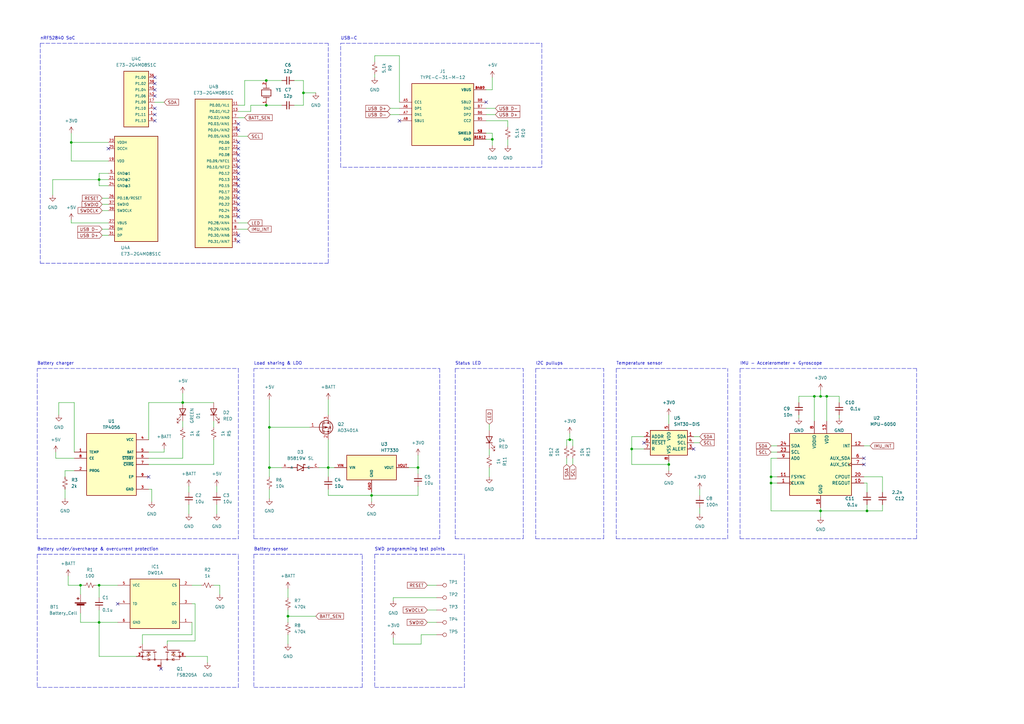
<source format=kicad_sch>
(kicad_sch (version 20211123) (generator eeschema)
  (paper "A3")
  (title_block (title "sugarboat") (date "2021-12-29") (rev "0.0.1a") (company "rbaron.net"))
  (lib_symbols
    (symbol "B5819W-TP:B5819W-TP" (pin_names (offset 1.016))
      (property "Reference" "D" (at -3.556 1.905 0))
      (property "Value" "B5819W-TP" (at -3.556 -3.429 0))
      (symbol "B5819W-TP_0_0"
        (pin passive line (at -7.62 0 0) (length 2.54) (name "A") (number "A"))
        (pin passive line (at 7.62 0 180) (length 2.54) (name "C") (number "C"))
      )
    )
    (symbol "Connector:TestPoint" (pin_numbers hide) (pin_names (offset 0.762) hide)
      (property "Reference" "TP" (at 0 6.858 0))
      (property "Value" "TestPoint" (at 0 5.08 0))
      (symbol "TestPoint_1_1"
        (pin passive line (at 0 0 90) (length 2.54) (name "1") (number "1"))
      )
    )
    (symbol "DW01A:DW01A" (pin_names (offset 1.016))
      (property "Reference" "IC1" (at 0.2094 15.24 0))
      (property "Value" "DW01A" (at 0.2094 12.7 0))
      (symbol "DW01A_0_0"
        (pin bidirectional line (at 15.24 -7.62 180) (length 5.08) (name "OD") (number "1"))
        (pin bidirectional line (at 15.24 7.62 180) (length 5.08) (name "CS") (number "2"))
        (pin bidirectional line (at 15.24 0 180) (length 5.08) (name "OC") (number "3"))
        (pin bidirectional line (at -15.24 0 0) (length 5.08) (name "TD") (number "4"))
        (pin power_in line (at -15.24 7.62 0) (length 5.08) (name "VCC") (number "5"))
        (pin power_in line (at -15.24 -7.62 0) (length 5.08) (name "GND") (number "6"))
      )
    )
    (symbol "Device:Battery_Cell" (pin_numbers hide) (pin_names (offset 0) hide)
      (property "Reference" "BT1" (at -15.24 0 0))
      (property "Value" "Battery_Cell" (at -15.24 -2.54 0))
      (symbol "Battery_Cell_1_1"
        (pin passive line (at 0 5.08 270) (length 2.54) (name "+") (number "+"))
        (pin passive line (at 0 -2.54 90) (length 2.54) (name "-") (number "-"))
      )
    )
    (symbol "Device:C_Small" (pin_numbers hide) (pin_names (offset 0.254) hide)
      (property "Reference" "C" (at 0.254 1.778 0))
      (property "Value" "C_Small" (at 0.254 -2.032 0))
      (symbol "C_Small_1_1"
        (pin passive line (at 0 2.54 270) (length 2.032) (name "~") (number "1"))
        (pin passive line (at 0 -2.54 90) (length 2.032) (name "~") (number "2"))
      )
    )
    (symbol "Device:LED" (pin_numbers hide) (pin_names (offset 1.016) hide)
      (property "Reference" "D" (at 0 2.54 0))
      (property "Value" "LED" (at 0 -2.54 0))
      (symbol "LED_1_1"
        (pin passive line (at -3.81 0 0) (length 2.54) (name "K") (number "1"))
        (pin passive line (at 3.81 0 180) (length 2.54) (name "A") (number "2"))
      )
    )
    (symbol "Device:R_Small_US" (pin_numbers hide) (pin_names (offset 0.254) hide)
      (property "Reference" "R" (at 0.762 0.508 0))
      (property "Value" "R_Small_US" (at 0.762 -1.016 0))
      (symbol "R_Small_US_1_1"
        (pin passive line (at 0 2.54 270) (length 1.016) (name "~") (number "1"))
        (pin passive line (at 0 -2.54 90) (length 1.016) (name "~") (number "2"))
      )
    )
    (symbol "E73-2G4M08S1C:E73-2G4M08S1C" (pin_names (offset 1.016))
      (property "Reference" "U" (at -15.24 20.32 0))
      (property "Value" "E73-2G4M08S1C" (at -15.24 -25.4 0))
      (symbol "E73-2G4M08S1C_1_0"
        (pin bidirectional line (at -17.78 10.16 0) (length 2.54) (name "VDD") (number "19"))
        (pin bidirectional line (at -17.78 2.54 0) (length 2.54) (name "GND@2") (number "21"))
        (pin bidirectional line (at -17.78 17.78 0) (length 2.54) (name "VDDH") (number "23"))
        (pin bidirectional line (at -17.78 0 0) (length 2.54) (name "GND@3") (number "24"))
        (pin bidirectional line (at -17.78 15.24 0) (length 2.54) (name "DCCH") (number "25"))
        (pin bidirectional line (at -17.78 -5.08 0) (length 2.54) (name "P0.18/RESET") (number "26"))
        (pin bidirectional line (at -17.78 -15.24 0) (length 2.54) (name "VBUS") (number "27"))
        (pin bidirectional line (at -17.78 -17.78 0) (length 2.54) (name "DM") (number "29"))
        (pin bidirectional line (at -17.78 -20.32 0) (length 2.54) (name "DP") (number "31"))
        (pin bidirectional line (at -17.78 -7.62 0) (length 2.54) (name "SWDIO") (number "37"))
        (pin bidirectional line (at -17.78 -10.16 0) (length 2.54) (name "SWDCLK") (number "39"))
        (pin bidirectional line (at -17.78 5.08 0) (length 2.54) (name "GND@1") (number "5"))
      )
      (symbol "E73-2G4M08S1C_2_0"
        (pin bidirectional line (at 12.7 -25.4 180) (length 2.54) (name "P0.30/AIN6") (number "10"))
        (pin bidirectional line (at 12.7 27.94 180) (length 2.54) (name "P0.00/XL1") (number "11"))
        (pin bidirectional line (at 12.7 -17.78 180) (length 2.54) (name "P0.26") (number "12"))
        (pin bidirectional line (at 12.7 25.4 180) (length 2.54) (name "P0.01/XL2") (number "13"))
        (pin bidirectional line (at 12.7 12.7 180) (length 2.54) (name "P0.06") (number "14"))
        (pin bidirectional line (at 12.7 15.24 180) (length 2.54) (name "P0.05/AIN3") (number "15"))
        (pin bidirectional line (at 12.7 7.62 180) (length 2.54) (name "P0.08") (number "16"))
        (pin bidirectional line (at 12.7 17.78 180) (length 2.54) (name "P0.04/AIN2") (number "18"))
        (pin bidirectional line (at 12.7 0 180) (length 2.54) (name "P0.12") (number "20"))
        (pin bidirectional line (at 12.7 10.16 180) (length 2.54) (name "P0.07") (number "22"))
        (pin bidirectional line (at 12.7 -5.08 180) (length 2.54) (name "P0.15") (number "28"))
        (pin bidirectional line (at 12.7 20.32 180) (length 2.54) (name "P0.03/AIN1") (number "3"))
        (pin bidirectional line (at 12.7 -7.62 180) (length 2.54) (name "P0.17") (number "30"))
        (pin bidirectional line (at 12.7 -10.16 180) (length 2.54) (name "P0.20") (number "32"))
        (pin bidirectional line (at 12.7 -2.54 180) (length 2.54) (name "P0.13") (number "33"))
        (pin bidirectional line (at 12.7 -12.7 180) (length 2.54) (name "P0.22") (number "34"))
        (pin bidirectional line (at 12.7 -15.24 180) (length 2.54) (name "P0.24") (number "35"))
        (pin bidirectional line (at 12.7 -20.32 180) (length 2.54) (name "P0.28/AIN4") (number "4"))
        (pin bidirectional line (at 12.7 5.08 180) (length 2.54) (name "P0.09/NFC1") (number "41"))
        (pin bidirectional line (at 12.7 2.54 180) (length 2.54) (name "P0.10/NFC2") (number "43"))
        (pin bidirectional line (at 12.7 22.86 180) (length 2.54) (name "P0.02/AIN0") (number "7"))
        (pin bidirectional line (at 12.7 -22.86 180) (length 2.54) (name "P0.29/AIN5") (number "8"))
        (pin bidirectional line (at 12.7 -27.94 180) (length 2.54) (name "P0.31/AIN7") (number "9"))
      )
      (symbol "E73-2G4M08S1C_3_0"
        (pin bidirectional line (at 10.16 -7.62 180) (length 2.54) (name "P1.11") (number "1"))
        (pin bidirectional line (at 10.16 -2.54 180) (length 2.54) (name "P1.09") (number "17"))
        (pin bidirectional line (at 10.16 -5.08 180) (length 2.54) (name "P1.10") (number "2"))
        (pin bidirectional line (at 10.16 7.62 180) (length 2.54) (name "P1.00") (number "36"))
        (pin bidirectional line (at 10.16 5.08 180) (length 2.54) (name "P1.02") (number "38"))
        (pin bidirectional line (at 10.16 2.54 180) (length 2.54) (name "P1.04") (number "40"))
        (pin bidirectional line (at 10.16 0 180) (length 2.54) (name "P1.06") (number "42"))
        (pin bidirectional line (at 10.16 -10.16 180) (length 2.54) (name "P1.13") (number "6"))
      )
    )
    (symbol "FS8205A:FS8205A" (pin_names (offset 1.016) hide)
      (property "Reference" "Q" (at -11.43 7.62 0))
      (property "Value" "FS8205A" (at -11.43 -12.7 0))
      (symbol "FS8205A_0_0"
        (pin passive line (at 5.08 0 180) (length 2.54) (name "~") (number "1"))
        (pin passive line (at 0 -10.16 90) (length 2.54) (name "~") (number "2"))
        (pin passive line (at 0 -10.16 90) (length 2.54) (name "~") (number "3"))
        (pin passive line (at -5.08 -7.62 0) (length 2.54) (name "~") (number "4"))
        (pin passive line (at -5.08 2.54 0) (length 2.54) (name "~") (number "5"))
        (pin passive line (at 0 10.16 270) (length 2.54) (name "~") (number "6"))
        (pin passive line (at 0 10.16 270) (length 2.54) (name "~") (number "7"))
        (pin passive line (at 5.08 0 180) (length 2.54) (name "~") (number "8"))
      )
    )
    (symbol "HT7333:HT7333" (pin_names (offset 1.016))
      (symbol "HT7333_0_0"
        (pin bidirectional line (at 0 -10.16 90) (length 5.08) (name "GND") (number "GND"))
        (pin bidirectional line (at -15.24 0 0) (length 5.08) (name "VIN") (number "VIN"))
        (pin bidirectional line (at 15.24 0 180) (length 5.08) (name "VOUT") (number "VOUT"))
      )
    )
    (symbol "NX3215SA-32.768K-STD-MUA-14:NX3215SA-32.768K-STD-MUA-14" (pin_names (offset 1.016) hide)
      (property "Reference" "Y" (at -2.54 2.54 0))
      (property "Value" "NX3215SA-32.768K-STD-MUA-14" (at -2.54 -4.445 0))
      (symbol "NX3215SA-32.768K-STD-MUA-14_0_0"
        (pin passive line (at -5.08 0 0) (length 2.54) (name "~") (number "1"))
        (pin passive line (at 5.08 0 180) (length 2.54) (name "~") (number "2"))
      )
    )
    (symbol "Sensor_Humidity:SHT30-DIS"
      (property "Reference" "U" (at -6.35 6.35 0))
      (property "Value" "SHT30-DIS" (at 6.35 6.35 0))
      (symbol "SHT30-DIS_1_1"
        (pin bidirectional line (at 10.16 2.54 180) (length 2.54) (name "SDA") (number "1"))
        (pin input line (at -10.16 2.54 0) (length 2.54) (name "ADDR") (number "2"))
        (pin output line (at 10.16 -2.54 180) (length 2.54) (name "ALERT") (number "3"))
        (pin input line (at 10.16 0 180) (length 2.54) (name "SCL") (number "4"))
        (pin power_in line (at 0 7.62 270) (length 2.54) (name "VDD") (number "5"))
        (pin input line (at -10.16 0 0) (length 2.54) (name "~{RESET}") (number "6"))
        (pin passive line (at -10.16 -2.54 0) (length 2.54) (name "R") (number "7"))
        (pin power_in line (at 0 -7.62 90) (length 2.54) (name "VSS") (number "8"))
        (pin passive line (at 0 -7.62 90) (length 2.54) hide (name "VSS") (number "9"))
      )
    )
    (symbol "Sensor_Motion:MPU-6050"
      (property "Reference" "U" (at -11.43 13.97 0))
      (property "Value" "MPU-6050" (at 7.62 -13.97 0))
      (symbol "MPU-6050_1_1"
        (pin input clock (at -17.78 -7.62 0) (length 5.08) (name "CLKIN") (number "1"))
        (pin passive line (at 17.78 -7.62 180) (length 5.08) (name "REGOUT") (number "10"))
        (pin input line (at -17.78 -5.08 0) (length 5.08) (name "FSYNC") (number "11"))
        (pin output line (at 17.78 7.62 180) (length 5.08) (name "INT") (number "12"))
        (pin power_in line (at 2.54 17.78 270) (length 5.08) (name "VDD") (number "13"))
        (pin power_in line (at 0 -17.78 90) (length 5.08) (name "GND") (number "18"))
        (pin passive line (at 17.78 -5.08 180) (length 5.08) (name "CPOUT") (number "20"))
        (pin input line (at -17.78 5.08 0) (length 5.08) (name "SCL") (number "23"))
        (pin bidirectional line (at -17.78 7.62 0) (length 5.08) (name "SDA") (number "24"))
        (pin bidirectional line (at 17.78 2.54 180) (length 5.08) (name "AUX_SDA") (number "6"))
        (pin output clock (at 17.78 0 180) (length 5.08) (name "AUX_SCL") (number "7"))
        (pin power_in line (at -2.54 17.78 270) (length 5.08) (name "VDDIO") (number "8"))
        (pin input line (at -17.78 2.54 0) (length 5.08) (name "AD0") (number "9"))
      )
    )
    (symbol "TP4056:TP4056" (pin_names (offset 1.016))
      (property "Reference" "U" (at -10.16 13.208 0))
      (property "Value" "TP4056" (at -10.16 -15.24 0))
      (symbol "TP4056_0_0"
        (pin input line (at -15.24 5.08 0) (length 5.08) (name "TEMP") (number "1"))
        (pin bidirectional line (at -15.24 -2.54 0) (length 5.08) (name "PROG") (number "2"))
        (pin power_in line (at 15.24 -10.16 180) (length 5.08) (name "GND") (number "3"))
        (pin power_in line (at 15.24 10.16 180) (length 5.08) (name "VCC") (number "4"))
        (pin output line (at 15.24 5.08 180) (length 5.08) (name "BAT") (number "5"))
        (pin output line (at 15.24 2.54 180) (length 5.08) (name "~{STDBY}") (number "6"))
        (pin output line (at 15.24 0 180) (length 5.08) (name "~{CHRG}") (number "7"))
        (pin input line (at -15.24 2.54 0) (length 5.08) (name "CE") (number "8"))
        (pin passive line (at 15.24 -5.08 180) (length 5.08) (name "EP") (number "9"))
      )
    )
    (symbol "TYPE-C-31-M-12:TYPE-C-31-M-12" (pin_names (offset 1.016))
      (property "Reference" "J" (at -12.7 13.462 0))
      (property "Value" "TYPE-C-31-M-12" (at -12.7 -13.462 0))
      (symbol "TYPE-C-31-M-12_0_0"
        (pin power_in line (at 17.78 -10.16 180) (length 5.08) (name "GND") (number "A1B12"))
        (pin power_in line (at 17.78 10.16 180) (length 5.08) (name "VBUS") (number "A4B9"))
        (pin bidirectional line (at -17.78 5.08 0) (length 5.08) (name "CC1") (number "A5"))
        (pin bidirectional line (at -17.78 2.54 0) (length 5.08) (name "DP1") (number "A6"))
        (pin bidirectional line (at -17.78 0 0) (length 5.08) (name "DN1") (number "A7"))
        (pin bidirectional line (at -17.78 -2.54 0) (length 5.08) (name "SBU1") (number "A8"))
        (pin power_in line (at 17.78 -10.16 180) (length 5.08) (name "GND") (number "B1A12"))
        (pin power_in line (at 17.78 10.16 180) (length 5.08) (name "VBUS") (number "B4A9"))
        (pin bidirectional line (at 17.78 -2.54 180) (length 5.08) (name "CC2") (number "B5"))
        (pin bidirectional line (at 17.78 0 180) (length 5.08) (name "DP2") (number "B6"))
        (pin bidirectional line (at 17.78 2.54 180) (length 5.08) (name "DN2") (number "B7"))
        (pin bidirectional line (at 17.78 5.08 180) (length 5.08) (name "SBU2") (number "B8"))
        (pin passive line (at 17.78 -7.62 180) (length 5.08) (name "SHIELD") (number "S1"))
        (pin passive line (at 17.78 -7.62 180) (length 5.08) (name "SHIELD") (number "S2"))
        (pin passive line (at 17.78 -7.62 180) (length 5.08) (name "SHIELD") (number "S3"))
        (pin passive line (at 17.78 -7.62 180) (length 5.08) (name "SHIELD") (number "S4"))
      )
    )
    (symbol "Transistor_FET:AO3401A" (pin_names hide)
      (property "Reference" "Q" (at 5.08 1.905 0))
      (property "Value" "AO3401A" (at 5.08 0 0))
      (symbol "AO3401A_1_1"
        (pin input line (at -5.08 0 0) (length 2.54) (name "G") (number "1"))
        (pin passive line (at 2.54 -5.08 90) (length 2.54) (name "S") (number "2"))
        (pin passive line (at 2.54 5.08 270) (length 2.54) (name "D") (number "3"))
      )
    )
    (symbol "power:+3V0" (power) (pin_names (offset 0))
      (property "Value" "+3V0" (at 0 3.556 0))
      (symbol "+3V0_1_1"
        (pin power_in line (at 0 0 90) (length 0) hide (name "+3V0") (number "1"))
      )
    )
    (symbol "power:+5V" (power) (pin_names (offset 0))
      (property "Value" "+5V" (at 0 3.556 0))
      (symbol "+5V_1_1"
        (pin power_in line (at 0 0 90) (length 0) hide (name "+5V") (number "1"))
      )
    )
    (symbol "power:+BATT" (power) (pin_names (offset 0))
      (property "Value" "+BATT" (at 0 3.556 0))
      (symbol "+BATT_1_1"
        (pin power_in line (at 0 0 90) (length 0) hide (name "+BATT") (number "1"))
      )
    )
    (symbol "power:GND" (power) (pin_names (offset 0))
      (property "Value" "GND" (at 0 -3.81 0))
      (symbol "GND_1_1"
        (pin power_in line (at 0 0 270) (length 0) hide (name "GND") (number "1"))
      )
    )
  )
  (junction (at 355.6 209.55))
  (junction (at 152.4 203.2))
  (junction (at 233.68 180.34))
  (junction (at 118.11 252.73))
  (junction (at 74.93 165.1))
  (junction (at 274.32 190.5))
  (junction (at 259.08 184.15))
  (junction (at 336.55 162.56))
  (junction (at 336.55 209.55))
  (junction (at 40.64 73.66))
  (junction (at 40.64 240.03))
  (junction (at 40.64 255.27))
  (junction (at 110.49 175.26))
  (junction (at 29.21 58.42))
  (junction (at 110.49 191.77))
  (junction (at 124.46 38.1))
  (junction (at 134.62 191.77))
  (junction (at 201.93 57.15))
  (junction (at 109.22 43.18))
  (junction (at 33.02 240.03))
  (junction (at 109.22 33.02))
  (junction (at 171.45 191.77))
  (junction (at 316.23 198.12))
  (junction (at 334.01 162.56))
  (junction (at 339.09 162.56))
  (junction (at 316.23 195.58))
  (no_connect (at 48.26 247.65))
  (no_connect (at 60.96 195.58))
  (no_connect (at 63.5 34.29))
  (no_connect (at 63.5 39.37))
  (no_connect (at 63.5 36.83))
  (no_connect (at 63.5 31.75))
  (no_connect (at 63.5 44.45))
  (no_connect (at 63.5 46.99))
  (no_connect (at 44.45 60.96))
  (no_connect (at 63.5 49.53))
  (no_connect (at 97.79 68.58))
  (no_connect (at 97.79 66.04))
  (no_connect (at 97.79 63.5))
  (no_connect (at 97.79 76.2))
  (no_connect (at 97.79 71.12))
  (no_connect (at 97.79 78.74))
  (no_connect (at 97.79 73.66))
  (no_connect (at 97.79 53.34))
  (no_connect (at 97.79 60.96))
  (no_connect (at 97.79 58.42))
  (no_connect (at 97.79 50.8))
  (no_connect (at 97.79 96.52))
  (no_connect (at 97.79 99.06))
  (no_connect (at 97.79 83.82))
  (no_connect (at 97.79 81.28))
  (no_connect (at 97.79 86.36))
  (no_connect (at 97.79 88.9))
  (no_connect (at 354.33 190.5))
  (no_connect (at 354.33 187.96))
  (no_connect (at 163.83 49.53))
  (no_connect (at 199.39 41.91))
  (no_connect (at 284.48 184.15))
  (no_connect (at 264.16 181.61))
  (no_connect (at 66.04 274.32))
  (wire (pts (xy 78.74 260.35) (xy 58.42 260.35)))
  (polyline (pts (xy 303.53 220.98) (xy 375.92 220.98)))
  (wire (pts (xy 172.72 264.16) (xy 172.72 260.35)))
  (wire (pts (xy 124.46 38.1) (xy 129.54 38.1)))
  (wire (pts (xy 110.49 191.77) (xy 115.57 191.77)))
  (wire (pts (xy 29.21 66.04) (xy 44.45 66.04)))
  (wire (pts (xy 344.17 162.56) (xy 344.17 165.1)))
  (wire (pts (xy 161.29 246.38) (xy 161.29 245.11)))
  (wire (pts (xy 130.81 191.77) (xy 134.62 191.77)))
  (wire (pts (xy 77.47 199.39) (xy 77.47 201.93)))
  (wire (pts (xy 109.22 33.02) (xy 115.57 33.02)))
  (wire (pts (xy 316.23 198.12) (xy 316.23 209.55)))
  (polyline (pts (xy 104.14 227.33) (xy 104.14 281.94)))
  (wire (pts (xy 78.74 240.03) (xy 82.55 240.03)))
  (wire (pts (xy 175.26 255.27) (xy 179.07 255.27)))
  (wire (pts (xy 33.02 255.27) (xy 40.64 255.27)))
  (wire (pts (xy 22.86 185.42) (xy 22.86 187.96)))
  (wire (pts (xy 100.33 43.18) (xy 100.33 33.02)))
  (wire (pts (xy 118.11 252.73) (xy 129.54 252.73)))
  (wire (pts (xy 118.11 250.19) (xy 118.11 252.73)))
  (wire (pts (xy 30.48 185.42) (xy 30.48 165.1)))
  (polyline (pts (xy 252.73 220.98) (xy 298.45 220.98)))
  (wire (pts (xy 118.11 260.35) (xy 118.11 264.16)))
  (wire (pts (xy 134.62 191.77) (xy 134.62 195.58)))
  (wire (pts (xy 80.01 262.89) (xy 68.58 262.89)))
  (wire (pts (xy 41.91 83.82) (xy 44.45 83.82)))
  (polyline (pts (xy 97.79 151.13) (xy 97.79 220.98)))
  (wire (pts (xy 318.77 195.58) (xy 316.23 195.58)))
  (wire (pts (xy 88.9 207.01) (xy 88.9 210.82)))
  (wire (pts (xy 208.28 57.15) (xy 208.28 59.69)))
  (wire (pts (xy 26.67 193.04) (xy 30.48 193.04)))
  (wire (pts (xy 234.95 180.34) (xy 234.95 182.88)))
  (wire (pts (xy 40.64 73.66) (xy 44.45 73.66)))
  (polyline (pts (xy 219.71 151.13) (xy 219.71 220.98)))
  (wire (pts (xy 33.02 251.46) (xy 33.02 255.27)))
  (wire (pts (xy 41.91 81.28) (xy 44.45 81.28)))
  (polyline (pts (xy 298.45 220.98) (xy 298.45 151.13)))
  (wire (pts (xy 199.39 57.15) (xy 201.93 57.15)))
  (wire (pts (xy 41.91 96.52) (xy 44.45 96.52)))
  (wire (pts (xy 336.55 162.56) (xy 339.09 162.56)))
  (wire (pts (xy 175.26 240.03) (xy 179.07 240.03)))
  (wire (pts (xy 102.87 45.72) (xy 102.87 43.18)))
  (wire (pts (xy 153.67 30.48) (xy 153.67 31.75)))
  (wire (pts (xy 40.64 255.27) (xy 48.26 255.27)))
  (wire (pts (xy 118.11 241.3) (xy 118.11 245.11)))
  (wire (pts (xy 27.94 240.03) (xy 33.02 240.03)))
  (wire (pts (xy 152.4 203.2) (xy 152.4 205.74)))
  (wire (pts (xy 27.94 240.03) (xy 27.94 236.22)))
  (wire (pts (xy 97.79 45.72) (xy 102.87 45.72)))
  (polyline (pts (xy 15.24 151.13) (xy 97.79 151.13)))
  (wire (pts (xy 63.5 41.91) (xy 67.31 41.91)))
  (wire (pts (xy 199.39 44.45) (xy 203.2 44.45)))
  (wire (pts (xy 232.41 182.88) (xy 232.41 180.34)))
  (wire (pts (xy 60.96 200.66) (xy 62.23 200.66)))
  (polyline (pts (xy 16.51 17.78) (xy 134.62 17.78)))
  (wire (pts (xy 355.6 198.12) (xy 355.6 201.93)))
  (wire (pts (xy 199.39 36.83) (xy 201.93 36.83)))
  (wire (pts (xy 152.4 201.93) (xy 152.4 203.2)))
  (polyline (pts (xy 252.73 151.13) (xy 298.45 151.13)))
  (wire (pts (xy 88.9 199.39) (xy 88.9 201.93)))
  (wire (pts (xy 120.65 33.02) (xy 124.46 33.02)))
  (wire (pts (xy 160.02 44.45) (xy 163.83 44.45)))
  (wire (pts (xy 287.02 208.28) (xy 287.02 210.82)))
  (wire (pts (xy 110.49 175.26) (xy 110.49 191.77)))
  (polyline (pts (xy 153.67 227.33) (xy 153.67 281.94)))
  (wire (pts (xy 120.65 43.18) (xy 124.46 43.18)))
  (wire (pts (xy 87.63 240.03) (xy 90.17 240.03)))
  (wire (pts (xy 74.93 165.1) (xy 87.63 165.1)))
  (wire (pts (xy 163.83 41.91) (xy 163.83 22.86)))
  (wire (pts (xy 90.17 240.03) (xy 90.17 243.84)))
  (polyline (pts (xy 252.73 151.13) (xy 252.73 220.98)))
  (wire (pts (xy 316.23 209.55) (xy 336.55 209.55)))
  (wire (pts (xy 29.21 54.61) (xy 29.21 58.42)))
  (wire (pts (xy 199.39 54.61) (xy 201.93 54.61)))
  (wire (pts (xy 355.6 207.01) (xy 355.6 209.55)))
  (wire (pts (xy 233.68 177.8) (xy 233.68 180.34)))
  (wire (pts (xy 58.42 260.35) (xy 58.42 264.16)))
  (wire (pts (xy 21.59 73.66) (xy 40.64 73.66)))
  (wire (pts (xy 29.21 58.42) (xy 44.45 58.42)))
  (wire (pts (xy 109.22 43.18) (xy 115.57 43.18)))
  (wire (pts (xy 24.13 165.1) (xy 24.13 170.18)))
  (wire (pts (xy 199.39 49.53) (xy 208.28 49.53)))
  (wire (pts (xy 40.64 240.03) (xy 40.64 245.11)))
  (polyline (pts (xy 247.65 220.98) (xy 247.65 151.13)))
  (polyline (pts (xy 186.69 151.13) (xy 186.69 220.98)))
  (polyline (pts (xy 190.5 281.94) (xy 190.5 227.33)))
  (wire (pts (xy 60.96 165.1) (xy 74.93 165.1)))
  (polyline (pts (xy 104.14 220.98) (xy 104.14 151.13)))
  (wire (pts (xy 40.64 255.27) (xy 40.64 269.24)))
  (wire (pts (xy 201.93 57.15) (xy 201.93 59.69)))
  (wire (pts (xy 200.66 184.15) (xy 200.66 186.69)))
  (wire (pts (xy 134.62 203.2) (xy 152.4 203.2)))
  (wire (pts (xy 259.08 190.5) (xy 274.32 190.5)))
  (polyline (pts (xy 104.14 220.98) (xy 180.34 220.98)))
  (wire (pts (xy 29.21 58.42) (xy 29.21 66.04)))
  (wire (pts (xy 134.62 191.77) (xy 134.62 180.34)))
  (wire (pts (xy 318.77 198.12) (xy 316.23 198.12)))
  (polyline (pts (xy 104.14 151.13) (xy 180.34 151.13)))
  (wire (pts (xy 355.6 209.55) (xy 336.55 209.55)))
  (polyline (pts (xy 97.79 281.94) (xy 97.79 227.33)))
  (wire (pts (xy 160.02 46.99) (xy 163.83 46.99)))
  (wire (pts (xy 40.64 269.24) (xy 55.88 269.24)))
  (wire (pts (xy 171.45 199.39) (xy 171.45 203.2)))
  (polyline (pts (xy 180.34 151.13) (xy 180.34 220.98)))
  (wire (pts (xy 361.95 195.58) (xy 361.95 201.93)))
  (polyline (pts (xy 219.71 151.13) (xy 247.65 151.13)))
  (wire (pts (xy 22.86 187.96) (xy 30.48 187.96)))
  (wire (pts (xy 163.83 22.86) (xy 153.67 22.86)))
  (wire (pts (xy 316.23 187.96) (xy 316.23 195.58)))
  (wire (pts (xy 208.28 49.53) (xy 208.28 52.07)))
  (wire (pts (xy 74.93 180.34) (xy 74.93 187.96)))
  (wire (pts (xy 87.63 172.72) (xy 87.63 175.26)))
  (wire (pts (xy 134.62 163.83) (xy 134.62 170.18)))
  (polyline (pts (xy 186.69 151.13) (xy 214.63 151.13)))
  (wire (pts (xy 171.45 186.69) (xy 171.45 191.77)))
  (wire (pts (xy 60.96 180.34) (xy 60.96 165.1)))
  (polyline (pts (xy 139.7 68.58) (xy 139.7 17.78)))
  (wire (pts (xy 167.64 191.77) (xy 171.45 191.77)))
  (wire (pts (xy 124.46 33.02) (xy 124.46 38.1)))
  (wire (pts (xy 41.91 93.98) (xy 44.45 93.98)))
  (wire (pts (xy 344.17 170.18) (xy 344.17 171.45)))
  (wire (pts (xy 40.64 71.12) (xy 44.45 71.12)))
  (wire (pts (xy 264.16 184.15) (xy 259.08 184.15)))
  (polyline (pts (xy 15.24 220.98) (xy 15.24 151.13)))
  (polyline (pts (xy 186.69 220.98) (xy 214.63 220.98)))
  (wire (pts (xy 127 175.26) (xy 110.49 175.26)))
  (wire (pts (xy 85.09 269.24) (xy 85.09 271.78)))
  (wire (pts (xy 161.29 264.16) (xy 172.72 264.16)))
  (wire (pts (xy 67.31 184.15) (xy 67.31 185.42)))
  (wire (pts (xy 97.79 93.98) (xy 101.6 93.98)))
  (wire (pts (xy 336.55 160.02) (xy 336.55 162.56)))
  (wire (pts (xy 40.64 73.66) (xy 40.64 71.12)))
  (wire (pts (xy 316.23 182.88) (xy 318.77 182.88)))
  (wire (pts (xy 339.09 162.56) (xy 339.09 172.72)))
  (polyline (pts (xy 134.62 107.95) (xy 134.62 17.78)))
  (wire (pts (xy 327.66 170.18) (xy 327.66 171.45)))
  (wire (pts (xy 200.66 173.99) (xy 200.66 176.53)))
  (wire (pts (xy 287.02 200.66) (xy 287.02 203.2)))
  (wire (pts (xy 68.58 262.89) (xy 68.58 264.16)))
  (polyline (pts (xy 15.24 227.33) (xy 15.24 281.94)))
  (wire (pts (xy 234.95 187.96) (xy 234.95 190.5)))
  (wire (pts (xy 354.33 198.12) (xy 355.6 198.12)))
  (wire (pts (xy 327.66 162.56) (xy 334.01 162.56)))
  (wire (pts (xy 201.93 36.83) (xy 201.93 31.75)))
  (polyline (pts (xy 16.51 107.95) (xy 134.62 107.95)))
  (polyline (pts (xy 15.24 281.94) (xy 97.79 281.94)))
  (wire (pts (xy 33.02 240.03) (xy 34.29 240.03)))
  (wire (pts (xy 284.48 181.61) (xy 287.02 181.61)))
  (wire (pts (xy 74.93 161.29) (xy 74.93 165.1)))
  (polyline (pts (xy 222.25 17.78) (xy 222.25 68.58)))
  (wire (pts (xy 232.41 187.96) (xy 232.41 190.5)))
  (wire (pts (xy 354.33 195.58) (xy 361.95 195.58)))
  (polyline (pts (xy 219.71 220.98) (xy 247.65 220.98)))
  (wire (pts (xy 161.29 261.62) (xy 161.29 264.16)))
  (wire (pts (xy 78.74 255.27) (xy 78.74 260.35)))
  (wire (pts (xy 354.33 182.88) (xy 356.87 182.88)))
  (wire (pts (xy 171.45 203.2) (xy 152.4 203.2)))
  (wire (pts (xy 334.01 162.56) (xy 336.55 162.56)))
  (wire (pts (xy 97.79 43.18) (xy 100.33 43.18)))
  (wire (pts (xy 40.64 250.19) (xy 40.64 255.27)))
  (wire (pts (xy 97.79 48.26) (xy 100.33 48.26)))
  (wire (pts (xy 134.62 200.66) (xy 134.62 203.2)))
  (wire (pts (xy 274.32 170.18) (xy 274.32 173.99)))
  (wire (pts (xy 336.55 208.28) (xy 336.55 209.55)))
  (polyline (pts (xy 153.67 227.33) (xy 190.5 227.33)))
  (wire (pts (xy 40.64 73.66) (xy 40.64 76.2)))
  (polyline (pts (xy 15.24 220.98) (xy 97.79 220.98)))
  (polyline (pts (xy 375.92 220.98) (xy 375.92 151.13)))
  (wire (pts (xy 97.79 91.44) (xy 101.6 91.44)))
  (wire (pts (xy 26.67 200.66) (xy 26.67 204.47)))
  (polyline (pts (xy 222.25 68.58) (xy 139.7 68.58)))
  (wire (pts (xy 259.08 184.15) (xy 259.08 179.07)))
  (wire (pts (xy 316.23 195.58) (xy 316.23 198.12)))
  (polyline (pts (xy 16.51 17.78) (xy 16.51 107.95)))
  (wire (pts (xy 29.21 91.44) (xy 44.45 91.44)))
  (wire (pts (xy 361.95 209.55) (xy 355.6 209.55)))
  (polyline (pts (xy 148.59 281.94) (xy 148.59 227.33)))
  (wire (pts (xy 327.66 162.56) (xy 327.66 165.1)))
  (wire (pts (xy 41.91 86.36) (xy 44.45 86.36)))
  (wire (pts (xy 78.74 247.65) (xy 80.01 247.65)))
  (wire (pts (xy 110.49 175.26) (xy 110.49 163.83)))
  (wire (pts (xy 274.32 190.5) (xy 274.32 193.04)))
  (wire (pts (xy 39.37 240.03) (xy 40.64 240.03)))
  (wire (pts (xy 153.67 22.86) (xy 153.67 25.4)))
  (wire (pts (xy 134.62 191.77) (xy 137.16 191.77)))
  (wire (pts (xy 118.11 252.73) (xy 118.11 255.27)))
  (wire (pts (xy 29.21 90.17) (xy 29.21 91.44)))
  (polyline (pts (xy 303.53 151.13) (xy 303.53 220.98)))
  (wire (pts (xy 274.32 189.23) (xy 274.32 190.5)))
  (wire (pts (xy 62.23 200.66) (xy 62.23 205.74)))
  (wire (pts (xy 87.63 180.34) (xy 87.63 190.5)))
  (polyline (pts (xy 104.14 227.33) (xy 148.59 227.33)))
  (polyline (pts (xy 153.67 281.94) (xy 190.5 281.94)))
  (wire (pts (xy 60.96 187.96) (xy 74.93 187.96)))
  (wire (pts (xy 334.01 162.56) (xy 334.01 172.72)))
  (polyline (pts (xy 303.53 151.13) (xy 375.92 151.13)))
  (wire (pts (xy 259.08 184.15) (xy 259.08 190.5)))
  (wire (pts (xy 110.49 200.66) (xy 110.49 204.47)))
  (wire (pts (xy 60.96 185.42) (xy 67.31 185.42)))
  (wire (pts (xy 339.09 162.56) (xy 344.17 162.56)))
  (wire (pts (xy 76.2 269.24) (xy 85.09 269.24)))
  (wire (pts (xy 80.01 247.65) (xy 80.01 262.89)))
  (wire (pts (xy 200.66 191.77) (xy 200.66 195.58)))
  (polyline (pts (xy 15.24 227.33) (xy 97.79 227.33)))
  (polyline (pts (xy 104.14 281.94) (xy 148.59 281.94)))
  (wire (pts (xy 33.02 240.03) (xy 33.02 243.84)))
  (wire (pts (xy 26.67 195.58) (xy 26.67 193.04)))
  (wire (pts (xy 318.77 187.96) (xy 316.23 187.96)))
  (wire (pts (xy 284.48 179.07) (xy 287.02 179.07)))
  (wire (pts (xy 361.95 207.01) (xy 361.95 209.55)))
  (wire (pts (xy 21.59 80.01) (xy 21.59 73.66)))
  (wire (pts (xy 40.64 76.2) (xy 44.45 76.2)))
  (wire (pts (xy 97.79 55.88) (xy 101.6 55.88)))
  (polyline (pts (xy 214.63 220.98) (xy 214.63 151.13)))
  (wire (pts (xy 175.26 250.19) (xy 179.07 250.19)))
  (wire (pts (xy 77.47 207.01) (xy 77.47 210.82)))
  (wire (pts (xy 336.55 209.55) (xy 336.55 212.09)))
  (wire (pts (xy 171.45 191.77) (xy 171.45 194.31)))
  (wire (pts (xy 259.08 179.07) (xy 264.16 179.07)))
  (wire (pts (xy 74.93 172.72) (xy 74.93 175.26)))
  (wire (pts (xy 100.33 33.02) (xy 109.22 33.02)))
  (wire (pts (xy 172.72 260.35) (xy 179.07 260.35)))
  (wire (pts (xy 161.29 245.11) (xy 179.07 245.11)))
  (wire (pts (xy 201.93 54.61) (xy 201.93 57.15)))
  (wire (pts (xy 102.87 43.18) (xy 109.22 43.18)))
  (wire (pts (xy 316.23 185.42) (xy 318.77 185.42)))
  (wire (pts (xy 124.46 38.1) (xy 124.46 43.18)))
  (wire (pts (xy 232.41 180.34) (xy 233.68 180.34)))
  (wire (pts (xy 233.68 180.34) (xy 234.95 180.34)))
  (wire (pts (xy 199.39 46.99) (xy 203.2 46.99)))
  (wire (pts (xy 60.96 190.5) (xy 87.63 190.5)))
  (polyline (pts (xy 139.7 17.78) (xy 222.25 17.78)))
  (wire (pts (xy 40.64 240.03) (xy 48.26 240.03)))
  (wire (pts (xy 110.49 191.77) (xy 110.49 195.58)))
  (wire (pts (xy 30.48 165.1) (xy 24.13 165.1)))
  (text "Load sharing & LDO" (at 104.14 149.86 0) (effects (font (size 1.27 1.27)) (justify left bottom)))
  (text "Status LED" (at 186.69 149.86 0) (effects (font (size 1.27 1.27)) (justify left bottom)))
  (text "I2C pullups" (at 219.71 149.86 0) (effects (font (size 1.27 1.27)) (justify left bottom)))
  (text "Battery under/overcharge & overcurrent protection" (at 15.24 226.06 0) (effects (font (size 1.27 1.27)) (justify left bottom)))
  (text "nRF52840 SoC" (at 16.51 16.51 0) (effects (font (size 1.27 1.27)) (justify left bottom)))
  (text "Temperature sensor" (at 252.73 149.86 0) (effects (font (size 1.27 1.27)) (justify left bottom)))
  (text "IMU - Accelerometer + Gyroscope" (at 303.53 149.86 0) (effects (font (size 1.27 1.27)) (justify left bottom)))
  (text "SWD programming test points" (at 153.67 226.06 0) (effects (font (size 1.27 1.27)) (justify left bottom)))
  (text "USB-C" (at 139.7 16.51 0) (effects (font (size 1.27 1.27)) (justify left bottom)))
  (text "Battery sensor" (at 104.14 226.06 0) (effects (font (size 1.27 1.27)) (justify left bottom)))
  (text "Battery charger" (at 15.24 149.86 0) (effects (font (size 1.27 1.27)) (justify left bottom)))
  (global_label "SCL" (shape input) (at 234.95 190.5 270) (property "Intersheet References" "${INTERSHEET_REFS}" (effects hide)))
  (global_label "SDA" (shape input) (at 67.31 41.91 0) (property "Intersheet References" "${INTERSHEET_REFS}" (effects hide)))
  (global_label "USB D+" (shape input) (at 160.02 44.45 180) (property "Intersheet References" "${INTERSHEET_REFS}" (effects hide)))
  (global_label "USB D-" (shape input) (at 203.2 44.45 0) (property "Intersheet References" "${INTERSHEET_REFS}" (effects hide)))
  (global_label "IMU_INT" (shape input) (at 356.87 182.88 0) (property "Intersheet References" "${INTERSHEET_REFS}" (effects hide)))
  (global_label "USB D+" (shape input) (at 203.2 46.99 0) (property "Intersheet References" "${INTERSHEET_REFS}" (effects hide)))
  (global_label "BATT_SEN" (shape input) (at 100.33 48.26 0) (property "Intersheet References" "${INTERSHEET_REFS}" (effects hide)))
  (global_label "SDA" (shape input) (at 287.02 179.07 0) (property "Intersheet References" "${INTERSHEET_REFS}" (effects hide)))
  (global_label "SCL" (shape input) (at 287.02 181.61 0) (property "Intersheet References" "${INTERSHEET_REFS}" (effects hide)))
  (global_label "USB D-" (shape input) (at 160.02 46.99 180) (property "Intersheet References" "${INTERSHEET_REFS}" (effects hide)))
  (global_label "USB D+" (shape input) (at 41.91 96.52 180) (property "Intersheet References" "${INTERSHEET_REFS}" (effects hide)))
  (global_label "SWDIO" (shape input) (at 41.91 83.82 180) (property "Intersheet References" "${INTERSHEET_REFS}" (effects hide)))
  (global_label "USB D-" (shape input) (at 41.91 93.98 180) (property "Intersheet References" "${INTERSHEET_REFS}" (effects hide)))
  (global_label "IMU_INT" (shape input) (at 101.6 93.98 0) (property "Intersheet References" "${INTERSHEET_REFS}" (effects hide)))
  (global_label "SWDCLK" (shape input) (at 41.91 86.36 180) (property "Intersheet References" "${INTERSHEET_REFS}" (effects hide)))
  (global_label "SCL" (shape input) (at 101.6 55.88 0) (property "Intersheet References" "${INTERSHEET_REFS}" (effects hide)))
  (global_label "SDA" (shape input) (at 232.41 190.5 270) (property "Intersheet References" "${INTERSHEET_REFS}" (effects hide)))
  (global_label "RESET" (shape input) (at 41.91 81.28 180) (property "Intersheet References" "${INTERSHEET_REFS}" (effects hide)))
  (global_label "RESET" (shape input) (at 175.26 240.03 180) (property "Intersheet References" "${INTERSHEET_REFS}" (effects hide)))
  (global_label "SWDCLK" (shape input) (at 175.26 250.19 180) (property "Intersheet References" "${INTERSHEET_REFS}" (effects hide)))
  (global_label "LED" (shape input) (at 101.6 91.44 0) (property "Intersheet References" "${INTERSHEET_REFS}" (effects hide)))
  (global_label "LED" (shape input) (at 200.66 173.99 90) (property "Intersheet References" "${INTERSHEET_REFS}" (effects hide)))
  (global_label "SDA" (shape input) (at 316.23 182.88 180) (property "Intersheet References" "${INTERSHEET_REFS}" (effects hide)))
  (global_label "BATT_SEN" (shape input) (at 129.54 252.73 0) (property "Intersheet References" "${INTERSHEET_REFS}" (effects hide)))
  (global_label "SWDIO" (shape input) (at 175.26 255.27 180) (property "Intersheet References" "${INTERSHEET_REFS}" (effects hide)))
  (global_label "SCL" (shape input) (at 316.23 185.42 180) (property "Intersheet References" "${INTERSHEET_REFS}" (effects hide)))
  (symbol (lib_id "Device:C_Small") (at 287.02 205.74 180) (unit 1)
    (property "Reference" "C8" (at 289.56 204.4635 0) (effects (justify right)))
    (property "Value" "100n" (at 289.56 207.0035 0) (effects (justify right)))
    (property "Footprint" "Capacitor_SMD:C_0402_1005Metric" (effects hide))
    (property "LCSC" "C1525" (effects hide))
  )
  (symbol (lib_id "power:+3V0") (at 29.21 54.61 0) (unit 1)
    (property "Reference" "#PWR0106" (effects hide))
    (property "Value" "+3V0" (at 29.21 49.53 0))
  )
  (symbol (lib_id "Device:R_Small_US") (at 87.63 177.8 0) (mirror y) (unit 1)
    (property "Reference" "R5" (at 93.98 177.8 90))
    (property "Value" "1k" (at 91.44 177.8 90))
    (property "Footprint" "Resistor_SMD:R_0402_1005Metric" (effects hide))
    (property "LCSC" "C11702" (effects hide))
  )
  (symbol (lib_id "Sensor_Humidity:SHT30-DIS") (at 274.32 181.61 0) (unit 1)
    (property "Reference" "U5" (at 276.3394 171.45 0) (effects (justify left)))
    (property "Value" "SHT30-DIS" (at 276.3394 173.99 0) (effects (justify left)))
    (property "Footprint" "Sensor_Humidity:Sensirion_DFN-8-1EP_2.5x2.5mm_P0.5mm_EP1.1x1.7mm" (effects hide))
    (property "Datasheet" "https://www.sensirion.com/fileadmin/user_upload/customers/sensirion/Dokumente/2_Humidity_Sensors/Datasheets/Sensirion_Humidity_Sensors_SHT3x_Datasheet_digital.pdf" (effects hide))
    (property "LCSC" "C2687423" (effects hide))
  )
  (symbol (lib_id "power:GND") (at 88.9 210.82 0) (unit 1)
    (property "Reference" "#PWR012" (effects hide))
    (property "Value" "GND" (at 88.9 215.9 0))
  )
  (symbol (lib_id "Device:R_Small_US") (at 26.67 198.12 0) (unit 1)
    (property "Reference" "R3" (at 29.21 196.8499 0) (effects (justify left)))
    (property "Value" "2k" (at 29.21 199.3899 0) (effects (justify left)))
    (property "Footprint" "Resistor_SMD:R_0402_1005Metric" (effects hide))
    (property "LCSC" "C4109" (effects hide))
  )
  (symbol (lib_id "Device:R_Small_US") (at 74.93 177.8 0) (mirror y) (unit 1)
    (property "Reference" "R4" (at 81.28 177.8 90))
    (property "Value" "1k" (at 78.74 177.8 90))
    (property "Footprint" "Resistor_SMD:R_0402_1005Metric" (effects hide))
    (property "LCSC" "C11702" (effects hide))
  )
  (symbol (lib_id "Device:R_Small_US") (at 118.11 257.81 0) (mirror y) (unit 1)
    (property "Reference" "R8" (at 120.65 256.5399 0) (effects (justify right)))
    (property "Value" "470k" (at 120.65 259.0799 0) (effects (justify right)))
    (property "Footprint" "Resistor_SMD:R_0402_1005Metric" (effects hide))
    (property "LCSC" "C25790" (effects hide))
  )
  (symbol (lib_id "power:+5V") (at 110.49 163.83 0) (unit 1)
    (property "Reference" "#PWR013" (effects hide))
    (property "Value" "+5V" (at 110.49 158.75 0))
  )
  (symbol (lib_id "E73-2G4M08S1C:E73-2G4M08S1C") (at 53.34 39.37 0) (unit 3)
    (property "Reference" "U4" (at 55.88 24.13 0))
    (property "Value" "E73-2G4M08S1C" (at 55.88 26.67 0))
    (property "Footprint" "lib:E73-2G4M08S1C-modified" (effects hide))
  )
  (symbol (lib_id "power:GND") (at 110.49 204.47 0) (unit 1)
    (property "Reference" "#PWR015" (effects hide))
    (property "Value" "GND" (at 110.49 209.55 0))
  )
  (symbol (lib_id "B5819W-TP:B5819W-TP") (at 123.19 191.77 0) (unit 1)
    (property "Reference" "D3" (at 123.19 185.42 0))
    (property "Value" " B5819W SL" (at 123.19 187.96 0))
    (property "Footprint" "SOD3716X135N" (effects hide))
    (property "MANUFACTURER" "Micro Commercial Components" (effects hide))
    (property "LCSC" "C8598" (effects hide))
  )
  (symbol (lib_id "power:GND") (at 200.66 195.58 0) (unit 1)
    (property "Reference" "#PWR0103" (effects hide))
    (property "Value" "GND" (at 200.66 200.66 0))
  )
  (symbol (lib_id "power:+5V") (at 22.86 185.42 0) (unit 1)
    (property "Reference" "#PWR02" (effects hide))
    (property "Value" "+5V" (at 22.86 180.34 0))
  )
  (symbol (lib_id "power:+5V") (at 201.93 31.75 0) (unit 1)
    (property "Reference" "#PWR019" (effects hide))
    (property "Value" "+5V" (at 201.93 26.67 0))
  )
  (symbol (lib_id "power:+BATT") (at 67.31 184.15 0) (unit 1)
    (property "Reference" "#PWR06" (effects hide))
    (property "Value" "+BATT" (at 67.31 179.07 0))
  )
  (symbol (lib_id "power:+3V0") (at 171.45 186.69 0) (unit 1)
    (property "Reference" "#PWR017" (effects hide))
    (property "Value" "+3V0" (at 171.45 181.61 0))
  )
  (symbol (lib_id "Device:R_Small_US") (at 85.09 240.03 90) (unit 1)
    (property "Reference" "R2" (at 85.09 233.68 90))
    (property "Value" "1k" (at 85.09 236.22 90))
    (property "Footprint" "Resistor_SMD:R_0402_1005Metric" (effects hide))
    (property "LCSC" "C11702" (effects hide))
  )
  (symbol (lib_id "Device:R_Small_US") (at 200.66 189.23 0) (mirror y) (unit 1)
    (property "Reference" "R11" (at 207.01 189.23 90))
    (property "Value" "1k" (at 204.47 189.23 90))
    (property "Footprint" "Resistor_SMD:R_0402_1005Metric" (effects hide))
    (property "LCSC" "C11702" (effects hide))
  )
  (symbol (lib_id "Device:C_Small") (at 118.11 43.18 270) (unit 1)
    (property "Reference" "C7" (at 118.1036 36.83 90))
    (property "Value" "12p" (at 118.1036 39.37 90))
    (property "Footprint" "Capacitor_SMD:C_0402_1005Metric" (effects hide))
    (property "LCSC" "C1547" (effects hide))
  )
  (symbol (lib_id "Device:R_Small_US") (at 232.41 185.42 0) (mirror x) (unit 1)
    (property "Reference" "R12" (at 226.06 185.42 90))
    (property "Value" "10k" (at 228.6 185.42 90))
    (property "Footprint" "Resistor_SMD:R_0402_1005Metric" (effects hide))
    (property "LCSC" "C25744" (effects hide))
  )
  (symbol (lib_id "power:+5V") (at 29.21 90.17 0) (unit 1)
    (property "Reference" "#PWR0104" (effects hide))
    (property "Value" "+5V" (at 29.21 85.09 0))
  )
  (symbol (lib_id "Device:C_Small") (at 327.66 167.64 180) (unit 1)
    (property "Reference" "C9" (at 321.31 167.64 0) (effects (justify right)))
    (property "Value" "10n" (at 321.31 170.18 0) (effects (justify right)))
    (property "Footprint" "Capacitor_SMD:C_0402_1005Metric" (effects hide))
    (property "LCSC" "C15195" (effects hide))
  )
  (symbol (lib_id "Device:LED") (at 87.63 168.91 90) (unit 1)
    (property "Reference" "D2" (at 91.44 169.2274 90) (effects (justify right)))
    (property "Value" "RED" (at 91.44 171.7674 90) (effects (justify right)))
    (property "Footprint" "LED_SMD:LED_0402_1005Metric" (effects hide))
    (property "Datasheet" "https://datasheet.lcsc.com/lcsc/2008201033_Foshan-NationStar-Optoelectronics-NCD0402R1_C130719.pdf" (effects hide))
    (property "LCSC" "C130719" (effects hide))
  )
  (symbol (lib_id "power:+BATT") (at 134.62 163.83 0) (unit 1)
    (property "Reference" "#PWR014" (effects hide))
    (property "Value" "+BATT" (at 134.62 158.75 0))
  )
  (symbol (lib_id "power:GND") (at 62.23 205.74 0) (unit 1)
    (property "Reference" "#PWR05" (effects hide))
    (property "Value" "GND" (at 62.23 210.82 0))
  )
  (symbol (lib_id "Device:R_Small_US") (at 110.49 198.12 0) (mirror y) (unit 1)
    (property "Reference" "R6" (at 113.03 196.8499 0) (effects (justify right)))
    (property "Value" "10k" (at 113.03 199.3899 0) (effects (justify right)))
    (property "Footprint" "Resistor_SMD:R_0402_1005Metric" (effects hide))
    (property "LCSC" "C25744" (effects hide))
  )
  (symbol (lib_id "power:GND") (at 201.93 59.69 0) (unit 1)
    (property "Reference" "#PWR020" (effects hide))
    (property "Value" "GND" (at 201.93 64.77 0))
  )
  (symbol (lib_id "Device:C_Small") (at 171.45 196.85 180) (unit 1)
    (property "Reference" "C5" (at 173.99 195.5735 0) (effects (justify right)))
    (property "Value" "10u" (at 173.99 198.1135 0) (effects (justify right)))
    (property "Footprint" "Capacitor_SMD:C_0402_1005Metric" (effects hide))
    (property "LCSC" "C15525" (effects hide))
  )
  (symbol (lib_id "power:+3V0") (at 161.29 261.62 0) (unit 1)
    (property "Reference" "#PWR033" (effects hide))
    (property "Value" "+3V0" (at 161.29 256.54 0))
  )
  (symbol (lib_id "power:GND") (at 26.67 204.47 0) (unit 1)
    (property "Reference" "#PWR03" (effects hide))
    (property "Value" "GND" (at 26.67 209.55 0))
  )
  (symbol (lib_id "Device:R_Small_US") (at 208.28 54.61 0) (mirror y) (unit 1)
    (property "Reference" "R10" (at 214.63 54.61 90))
    (property "Value" "5.1k" (at 212.09 54.61 90))
    (property "Footprint" "Resistor_SMD:R_0402_1005Metric" (effects hide))
    (property "LCSC" "C25905" (effects hide))
  )
  (symbol (lib_id "power:+3V0") (at 336.55 160.02 0) (unit 1)
    (property "Reference" "#PWR029" (effects hide))
    (property "Value" "+3V0" (at 336.55 154.94 0))
  )
  (symbol (lib_id "Device:C_Small") (at 40.64 247.65 180) (unit 1)
    (property "Reference" "C1" (at 41.91 245.11 0) (effects (justify right)))
    (property "Value" "0.1u" (at 41.91 250.19 0) (effects (justify right)))
    (property "Footprint" "Capacitor_SMD:C_0402_1005Metric" (effects hide))
    (property "LCSC" "C1525" (effects hide))
  )
  (symbol (lib_id "Device:LED") (at 74.93 168.91 270) (mirror x) (unit 1)
    (property "Reference" "D1" (at 81.28 170.4975 0))
    (property "Value" "GREEN" (at 78.74 170.4975 0))
    (property "Footprint" "LED_SMD:LED_0402_1005Metric" (effects hide))
    (property "Datasheet" "https://datasheet.lcsc.com/lcsc/1912111437_MEIHUA-MHT136UGCT_C409787.pdf" (effects hide))
    (property "LCSC" "C409787" (effects hide))
  )
  (symbol (lib_id "power:GND") (at 77.47 210.82 0) (unit 1)
    (property "Reference" "#PWR09" (effects hide))
    (property "Value" "GND" (at 77.47 215.9 0))
  )
  (symbol (lib_id "Device:R_Small_US") (at 36.83 240.03 90) (unit 1)
    (property "Reference" "R1" (at 36.83 233.68 90))
    (property "Value" "100" (at 36.83 236.22 90))
    (property "Footprint" "Resistor_SMD:R_0402_1005Metric" (effects hide))
    (property "LCSC" "C25076" (effects hide))
  )
  (symbol (lib_id "Sensor_Motion:MPU-6050") (at 336.55 190.5 0) (unit 1)
    (property "Reference" "U2" (at 358.14 171.45 0) (effects (justify left)))
    (property "Value" "MPU-6050" (at 356.87 173.99 0) (effects (justify left)))
    (property "Footprint" "Sensor_Motion:InvenSense_QFN-24_4x4mm_P0.5mm" (effects hide))
    (property "Datasheet" "https://invensense.tdk.com/wp-content/uploads/2015/02/MPU-6000-Datasheet1.pdf" (effects hide))
    (property "LCSC" "C24112" (effects hide))
  )
  (symbol (lib_id "Device:C_Small") (at 344.17 167.64 0) (unit 1)
    (property "Reference" "C10" (at 350.52 165.1 0) (effects (justify right)))
    (property "Value" "0.1u" (at 353.06 167.64 0) (effects (justify right)))
    (property "Footprint" "Capacitor_SMD:C_0402_1005Metric" (effects hide))
    (property "LCSC" "C1525" (effects hide))
  )
  (symbol (lib_id "Device:Battery_Cell") (at 33.02 248.92 0) (mirror y) (unit 1)
    (property "Reference" "BT1" (at 24.13 248.92 0) (effects (justify left)))
    (property "Value" "Battery_Cell" (at 31.75 251.46 0) (effects (justify left)))
    (property "Footprint" "lib:BAT_1042_modified" (effects hide))
  )
  (symbol (lib_id "power:+BATT") (at 77.47 199.39 0) (unit 1)
    (property "Reference" "#PWR08" (effects hide))
    (property "Value" "+BATT" (at 77.47 194.31 0))
  )
  (symbol (lib_id "Device:R_Small_US") (at 118.11 247.65 0) (mirror y) (unit 1)
    (property "Reference" "R7" (at 120.65 246.3799 0) (effects (justify right)))
    (property "Value" "470k" (at 120.65 248.9199 0) (effects (justify right)))
    (property "Footprint" "Resistor_SMD:R_0402_1005Metric" (effects hide))
    (property "LCSC" "C25790" (effects hide))
  )
  (symbol (lib_id "power:GND") (at 336.55 212.09 0) (unit 1)
    (property "Reference" "#PWR030" (effects hide))
    (property "Value" "GND" (at 336.55 217.17 0))
  )
  (symbol (lib_id "Connector:TestPoint") (at 179.07 240.03 270) (unit 1)
    (property "Reference" "TP1" (at 184.15 238.7599 90) (effects (justify left)))
    (property "Value" "TestPoint" (effects hide))
    (property "Footprint" "TestPoint:TestPoint_Pad_D1.5mm" (effects hide))
  )
  (symbol (lib_id "power:+BATT") (at 27.94 236.22 0) (unit 1)
    (property "Reference" "#PWR04" (effects hide))
    (property "Value" "+BATT" (at 27.94 231.14 0))
  )
  (symbol (lib_id "power:GND") (at 327.66 171.45 0) (unit 1)
    (property "Reference" "#PWR028" (effects hide))
    (property "Value" "GND" (at 327.66 176.53 0))
  )
  (symbol (lib_id "Device:C_Small") (at 134.62 198.12 180) (unit 1)
    (property "Reference" "C4" (at 137.16 196.8435 0) (effects (justify right)))
    (property "Value" "10u" (at 137.16 199.3835 0) (effects (justify right)))
    (property "Footprint" "Capacitor_SMD:C_0402_1005Metric" (effects hide))
    (property "LCSC" "C15525" (effects hide))
  )
  (symbol (lib_id "Connector:TestPoint") (at 179.07 250.19 270) (unit 1)
    (property "Reference" "TP3" (at 184.15 248.9199 90) (effects (justify left)))
    (property "Value" "TestPoint" (effects hide))
    (property "Footprint" "TestPoint:TestPoint_Pad_D1.5mm" (effects hide))
  )
  (symbol (lib_id "NX3215SA-32.768K-STD-MUA-14:NX3215SA-32.768K-STD-MUA-14") (at 109.22 38.1 90) (unit 1)
    (property "Reference" "Y1" (at 113.03 36.8299 90) (effects (justify right)))
    (property "Value" "32.768 kHz" (effects hide))
    (property "Footprint" "XTAL_NX3215SA-32.768K-STD-MUA-14" (effects hide))
    (property "Datasheet" "https://datasheet.lcsc.com/lcsc/1810171817_Seiko-Epson-Q13FC1350000400_C32346.pdf" (effects hide))
    (property "LCSC" "C32346" (effects hide))
  )
  (symbol (lib_id "power:GND") (at 129.54 38.1 0) (unit 1)
    (property "Reference" "#PWR022" (effects hide))
    (property "Value" "GND" (at 129.54 43.18 0))
  )
  (symbol (lib_id "power:GND") (at 161.29 246.38 0) (unit 1)
    (property "Reference" "#PWR032" (effects hide))
    (property "Value" "GND" (at 161.29 251.46 0))
  )
  (symbol (lib_id "TYPE-C-31-M-12:TYPE-C-31-M-12") (at 181.61 46.99 0) (unit 1)
    (property "Reference" "J1" (at 181.61 29.21 0))
    (property "Value" "TYPE-C-31-M-12" (at 181.61 31.75 0))
    (property "Footprint" "HRO_TYPE-C-31-M-12" (effects hide))
    (property "STANDARD" "Manufacturer Recommendations" (effects hide))
    (property "MANUFACTURER" "HRO Electronics" (effects hide))
    (property "PARTREV" "A" (effects hide))
    (property "MAXIMUM_PACKAGE_HEIGHT" "3.31mm" (effects hide))
    (property "LCSC" "C165948" (effects hide))
  )
  (symbol (lib_id "power:GND") (at 21.59 80.01 0) (unit 1)
    (property "Reference" "#PWR0105" (effects hide))
    (property "Value" "GND" (at 21.59 85.09 0))
  )
  (symbol (lib_id "Device:R_Small_US") (at 234.95 185.42 0) (mirror y) (unit 1)
    (property "Reference" "R13" (at 241.3 185.42 90))
    (property "Value" "10k" (at 238.76 185.42 90))
    (property "Footprint" "Resistor_SMD:R_0402_1005Metric" (effects hide))
    (property "LCSC" "C25744" (effects hide))
  )
  (symbol (lib_id "power:GND") (at 24.13 170.18 0) (unit 1)
    (property "Reference" "#PWR0107" (effects hide))
    (property "Value" "GND" (at 24.13 175.26 0))
  )
  (symbol (lib_id "Device:R_Small_US") (at 153.67 27.94 0) (mirror y) (unit 1)
    (property "Reference" "R9" (at 160.02 27.94 90))
    (property "Value" "5.1k" (at 157.48 27.94 90))
    (property "Footprint" "Resistor_SMD:R_0402_1005Metric" (effects hide))
    (property "LCSC" "C25905" (effects hide))
  )
  (symbol (lib_id "power:GND") (at 344.17 171.45 0) (unit 1)
    (property "Reference" "#PWR031" (effects hide))
    (property "Value" "GND" (at 344.17 176.53 0))
  )
  (symbol (lib_id "power:GND") (at 152.4 205.74 0) (unit 1)
    (property "Reference" "#PWR016" (effects hide))
    (property "Value" "GND" (at 152.4 210.82 0))
  )
  (symbol (lib_id "Device:C_Small") (at 355.6 204.47 0) (unit 1)
    (property "Reference" "C11" (at 350.52 204.47 0) (effects (justify right)))
    (property "Value" "0.1u" (at 351.79 207.01 0) (effects (justify right)))
    (property "Footprint" "Capacitor_SMD:C_0402_1005Metric" (effects hide))
    (property "LCSC" "C1525" (effects hide))
  )
  (symbol (lib_id "power:GND") (at 90.17 243.84 0) (unit 1)
    (property "Reference" "#PWR01" (effects hide))
    (property "Value" "GND" (at 90.17 248.92 0))
  )
  (symbol (lib_id "power:+5V") (at 88.9 199.39 0) (unit 1)
    (property "Reference" "#PWR011" (effects hide))
    (property "Value" "+5V" (at 88.9 194.31 0))
  )
  (symbol (lib_id "TP4056:TP4056") (at 45.72 190.5 0) (unit 1)
    (property "Reference" "U1" (at 45.72 172.72 0))
    (property "Value" "TP4056" (at 45.72 175.26 0))
    (property "Footprint" "SOP127P600X175-9N" (effects hide))
    (property "Datasheet" "http://www.tp4056.com/d/tp4056.pdf" (effects hide))
    (property "MANUFACTURER" "NanJing Top Power ASIC Corp." (effects hide))
    (property "MAXIMUM_PACKAGE_HEIGHT" "1.75mm" (effects hide))
    (property "STANDARD" "IPC 7351B" (effects hide))
    (property "LCSC" "C382139" (effects hide))
  )
  (symbol (lib_id "power:+3V0") (at 274.32 170.18 0) (unit 1)
    (property "Reference" "#PWR024" (effects hide))
    (property "Value" "+3V0" (at 274.32 165.1 0))
  )
  (symbol (lib_id "Device:C_Small") (at 77.47 204.47 180) (unit 1)
    (property "Reference" "C2" (at 80.01 203.1935 0) (effects (justify right)))
    (property "Value" "10u" (at 80.01 205.7335 0) (effects (justify right)))
    (property "Footprint" "Capacitor_SMD:C_0402_1005Metric" (effects hide))
    (property "LCSC" "C15525" (effects hide))
  )
  (symbol (lib_id "Transistor_FET:AO3401A") (at 132.08 175.26 0) (unit 1)
    (property "Reference" "Q2" (at 138.43 173.9899 0) (effects (justify left)))
    (property "Value" "AO3401A" (at 138.43 176.5299 0) (effects (justify left)))
    (property "Footprint" "Package_TO_SOT_SMD:SOT-23" (effects hide))
    (property "Datasheet" "http://www.aosmd.com/pdfs/datasheet/AO3401A.pdf" (effects hide))
    (property "LCSC" "C332107" (effects hide))
  )
  (symbol (lib_id "Connector:TestPoint") (at 179.07 255.27 270) (unit 1)
    (property "Reference" "TP4" (at 184.15 253.9999 90) (effects (justify left)))
    (property "Value" "TestPoint" (effects hide))
    (property "Footprint" "TestPoint:TestPoint_Pad_D1.5mm" (effects hide))
  )
  (symbol (lib_id "power:GND") (at 287.02 210.82 0) (unit 1)
    (property "Reference" "#PWR027" (effects hide))
    (property "Value" "GND" (at 287.02 215.9 0))
  )
  (symbol (lib_id "Device:C_Small") (at 118.11 33.02 270) (unit 1)
    (property "Reference" "C6" (at 118.1036 26.67 90))
    (property "Value" "12p" (at 118.1036 29.21 90))
    (property "Footprint" "Capacitor_SMD:C_0402_1005Metric" (effects hide))
    (property "LCSC" "C1547" (effects hide))
  )
  (symbol (lib_id "Connector:TestPoint") (at 179.07 260.35 270) (unit 1)
    (property "Reference" "TP5" (at 184.15 259.0799 90) (effects (justify left)))
    (property "Value" "TestPoint" (effects hide))
    (property "Footprint" "TestPoint:TestPoint_Pad_D1.5mm" (effects hide))
  )
  (symbol (lib_id "E73-2G4M08S1C:E73-2G4M08S1C") (at 85.09 71.12 0) (unit 2)
    (property "Reference" "U4" (at 87.63 35.56 0))
    (property "Value" "E73-2G4M08S1C" (at 87.63 38.1 0))
    (property "Footprint" "lib:E73-2G4M08S1C-modified" (effects hide))
  )
  (symbol (lib_id "FS8205A:FS8205A") (at 66.04 269.24 270) (unit 1)
    (property "Reference" "Q1" (at 72.39 274.32 90) (effects (justify left)))
    (property "Value" "FS8205A" (at 72.39 276.86 90) (effects (justify left)))
    (property "Footprint" "SOP65P640X120-8N" (effects hide))
    (property "MANUFACTURER" "Fortune Semiconductor" (effects hide))
    (property "MAXIMUM_PACKAGE_HEIGHT" "1.2mm" (effects hide))
    (property "STANDARD" "IPC 7351B" (effects hide))
    (property "PARTREV" "1.7" (effects hide))
  )
  (symbol (lib_id "HT7333:HT7333") (at 152.4 191.77 0) (unit 1)
    (property "Reference" "U3" (at 156.21 182.88 0) (effects (justify left bottom)))
    (property "Value" "HT7330" (at 156.21 185.42 0) (effects (justify left bottom)))
    (property "Footprint" "lib:SOT89" (effects hide))
    (property "Datasheet" "https://datasheet.lcsc.com/szlcsc/Holtek-Semicon-HT7333-A_C21583.pdf" (effects hide))
    (property "LCSC" "C347190" (effects hide))
  )
  (symbol (lib_id "DW01A:DW01A") (at 63.5 247.65 0) (unit 1)
    (property "Reference" "IC1" (at 63.7094 232.41 0))
    (property "Value" "DW01A" (at 63.7094 234.95 0))
    (property "Footprint" "SOT23-6" (effects hide))
    (property "Datasheet" "https://datasheet.lcsc.com/lcsc/1912111437_PUOLOP-DW01A_C351410.pdf" (effects hide))
    (property "MPN" "DW01A" (effects hide))
    (property "LCSC" "C351410" (effects hide))
    (property "VALUE" "DW01A" (effects hide))
  )
  (symbol (lib_id "Device:LED") (at 200.66 180.34 90) (unit 1)
    (property "Reference" "D4" (at 204.47 180.6574 90) (effects (justify right)))
    (property "Value" "RED" (at 204.47 183.1974 90) (effects (justify right)))
    (property "Footprint" "LED_SMD:LED_0402_1005Metric" (effects hide))
    (property "Datasheet" "https://datasheet.lcsc.com/lcsc/2008201033_Foshan-NationStar-Optoelectronics-NCD0402R1_C130719.pdf" (effects hide))
    (property "LCSC" "C130719" (effects hide))
  )
  (symbol (lib_id "E73-2G4M08S1C:E73-2G4M08S1C") (at 62.23 76.2 0) (unit 1)
    (property "Reference" "U4" (at 49.53 101.6 0) (effects (justify left)))
    (property "Value" "E73-2G4M08S1C" (at 49.53 104.14 0) (effects (justify left)))
    (property "Footprint" "lib:E73-2G4M08S1C-modified" (effects hide))
    (property "LCSC" "C356849" (effects hide))
  )
  (symbol (lib_id "power:GND") (at 208.28 59.69 0) (unit 1)
    (property "Reference" "#PWR021" (effects hide))
    (property "Value" "GND" (at 208.28 64.77 0))
  )
  (symbol (lib_id "power:GND") (at 153.67 31.75 0) (unit 1)
    (property "Reference" "#PWR018" (effects hide))
    (property "Value" "GND" (at 153.67 36.83 0))
  )
  (symbol (lib_id "Connector:TestPoint") (at 179.07 245.11 270) (unit 1)
    (property "Reference" "TP2" (at 184.15 243.8399 90) (effects (justify left)))
    (property "Value" "TestPoint" (effects hide))
    (property "Footprint" "TestPoint:TestPoint_Pad_D1.5mm" (effects hide))
  )
  (symbol (lib_id "power:+3V0") (at 233.68 177.8 0) (unit 1)
    (property "Reference" "#PWR023" (effects hide))
    (property "Value" "+3V0" (at 233.68 172.72 0))
  )
  (symbol (lib_id "Device:C_Small") (at 361.95 204.47 180) (unit 1)
    (property "Reference" "C12" (at 367.03 204.47 0) (effects (justify right)))
    (property "Value" "2.2n" (at 365.76 201.93 0) (effects (justify right)))
    (property "Footprint" "Capacitor_SMD:C_0402_1005Metric" (effects hide))
    (property "LCSC" "C1531" (effects hide))
  )
  (symbol (lib_id "power:+3V0") (at 287.02 200.66 0) (unit 1)
    (property "Reference" "#PWR026" (effects hide))
    (property "Value" "+3V0" (at 287.02 195.58 0))
  )
  (symbol (lib_id "power:GND") (at 118.11 264.16 0) (unit 1)
    (property "Reference" "#PWR0101" (effects hide))
    (property "Value" "GND" (at 118.11 269.24 0))
  )
  (symbol (lib_id "power:GND") (at 274.32 193.04 0) (unit 1)
    (property "Reference" "#PWR025" (effects hide))
    (property "Value" "GND" (at 274.32 198.12 0))
  )
  (symbol (lib_id "power:GND") (at 85.09 271.78 0) (unit 1)
    (property "Reference" "#PWR010" (effects hide))
    (property "Value" "GND" (at 85.09 276.86 0))
  )
  (symbol (lib_id "power:+5V") (at 74.93 161.29 0) (unit 1)
    (property "Reference" "#PWR07" (effects hide))
    (property "Value" "+5V" (at 74.93 156.21 0))
  )
  (symbol (lib_id "Device:C_Small") (at 88.9 204.47 180) (unit 1)
    (property "Reference" "C3" (at 91.44 203.1935 0) (effects (justify right)))
    (property "Value" "10u" (at 91.44 205.7335 0) (effects (justify right)))
    (property "Footprint" "Capacitor_SMD:C_0402_1005Metric" (effects hide))
    (property "LCSC" "C15525" (effects hide))
  )
  (symbol (lib_id "power:+BATT") (at 118.11 241.3 0) (unit 1)
    (property "Reference" "#PWR0102" (effects hide))
    (property "Value" "+BATT" (at 118.11 236.22 0))
  )
)
</source>
